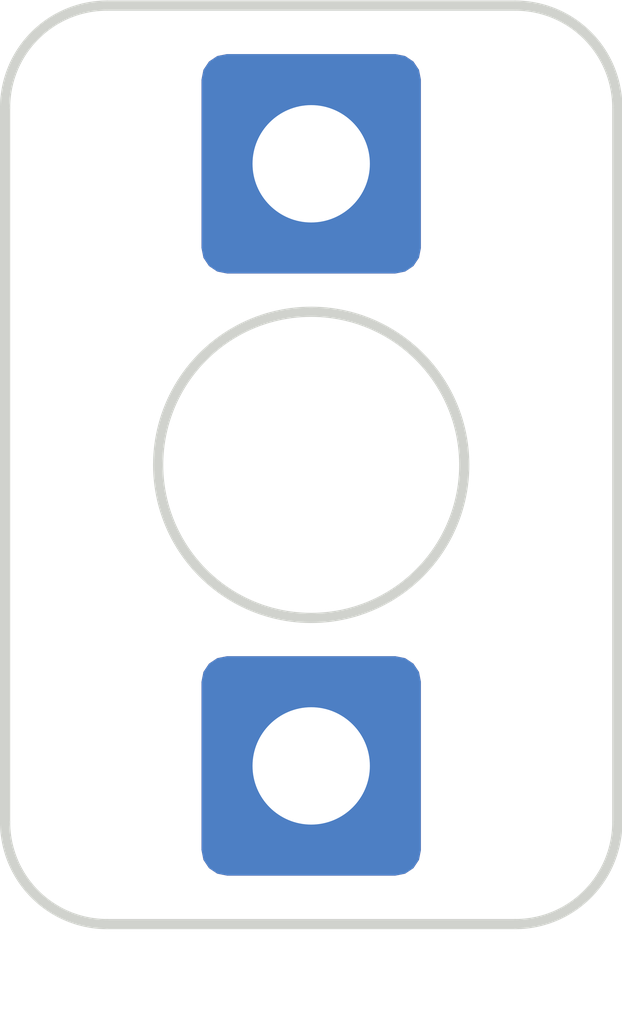
<source format=kicad_pcb>
(kicad_pcb (version 20241229) (generator "pcbnew") (generator_version "9.0")
  (layers (0 "F.Cu" signal) (2 "B.Cu" signal) (13 "F.Paste" user) (15 "B.Paste" user) (5 "F.SilkS" user "F.Silkscreen") (7 "B.SilkS" user "B.Silkscreen") (1 "F.Mask" user) (3 "B.Mask" user) (25 "Edge.Cuts" user))
  (net 0 "")
  (footprint "SolderWire-0.5sqmm_1x01_D0.9mm_OD2.1mm" (layer "F.Cu") (at 42.992893 41.542892)
    (property "Reference" "P48a" (hide yes))
    (property "Value" "")
    (pad "1" thru_hole roundrect (at 0 0) (size 2.15 2.15) (drill 1.15) (layers "*.Cu" "*.Mask") (roundrect_rratio 0.116279))
  )
  (footprint "SolderWire-0.5sqmm_1x01_D0.9mm_OD2.1mm" (layer "F.Cu") (at 42.992893 47.442893)
    (property "Reference" "P47a" (hide yes))
    (property "Value" "")
    (pad "1" thru_hole roundrect (at 0 0) (size 2.15 2.15) (drill 1.15) (layers "*.Cu" "*.Mask") (roundrect_rratio 0.116279))
  )
  (gr_line (start 44.992893 48.992893) (end 40.992893 48.992893) (stroke (width 0.1)) (layer "Edge.Cuts"))
  (gr_arc (start 45.992893 47.992893) (mid 45.7 48.7) (end 44.992893 48.992893) (stroke (width 0.1)) (layer "Edge.Cuts"))
  (gr_line (start 45.992893 40.992893) (end 45.992893 47.992893) (stroke (width 0.1)) (layer "Edge.Cuts"))
  (gr_arc (start 40.992893 48.992893) (mid 40.285786 48.7) (end 39.992893 47.992893) (stroke (width 0.1)) (layer "Edge.Cuts"))
  (gr_arc (start 39.992893 40.992893) (mid 40.285786 40.285786) (end 40.992893 39.992893) (stroke (width 0.1)) (layer "Edge.Cuts"))
  (gr_line (start 39.992893 40.992893) (end 39.992893 47.992893) (stroke (width 0.1)) (layer "Edge.Cuts"))
  (gr_arc (start 44.992893 39.992893) (mid 45.7 40.285786) (end 45.992893 40.992893) (stroke (width 0.1)) (layer "Edge.Cuts"))
  (gr_circle (center 42.992893 44.492893) (end 42.992893 45.992893) (stroke (width 0.1)) (fill no) (layer "Edge.Cuts"))
  (gr_line (start 40.992893 39.992893) (end 44.992893 39.992893) (stroke (width 0.1)) (layer "Edge.Cuts"))
)
</source>
